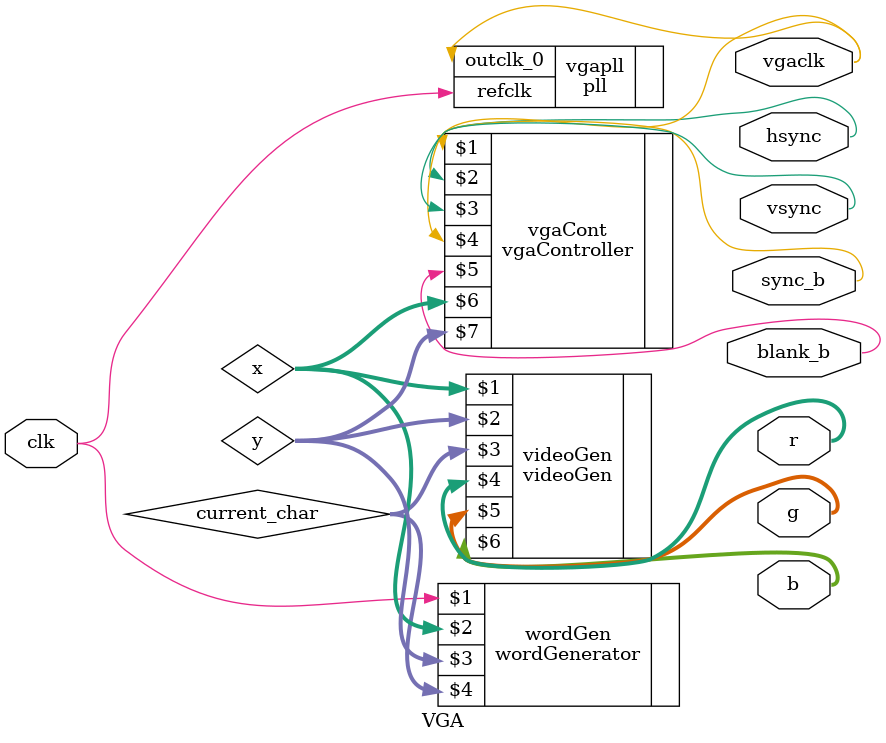
<source format=sv>
module VGA (input logic clk,
output logic vgaclk, // 25.175 MHz VGA clock
output logic hsync, vsync,
output logic sync_b, blank_b, // To monitor & DAC
output logic [7:0] r, g, b); // To video DAC


	logic [9:0] x, y;
	logic [7:0] current_char; // Letra actual a mostrar

	// Use a PLL to create the 25.175 MHz VGA pixel clock
	// 25.175 MHz clk period = 39.772 ns
	// Screen is 800 clocks wide by 525 tall, but only 640 x 480 used
	// HSync = 1/(39.772 ns *800) = 31.470 kHz
	// Vsync = 31.474 kHz / 525 = 59.94 Hz (~60 Hz refresh rate)

	pll vgapll(.refclk(clk), .outclk_0(vgaclk));

	// Generate monitor timing signals
	vgaController vgaCont(vgaclk, hsync, vsync, sync_b, blank_b, x, y);
	wordGenerator wordGen(clk, x, y, current_char); // Instancia del generador de palabras

	// User-defined module to determine pixel color
	videoGen videoGen(x, y, current_char, r, g, b);

endmodule

</source>
